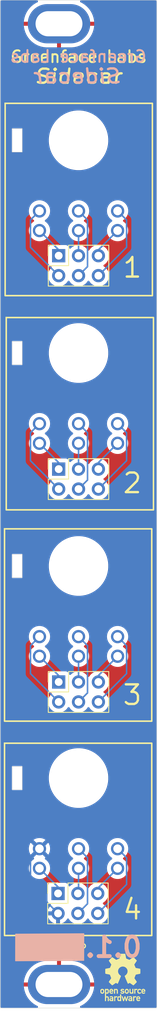
<source format=kicad_pcb>
(kicad_pcb (version 20240108) (generator "pcbnew") (generator_version "8.0")
  (title_block (title "Sidecar") (rev "0.1"))
  (layers (0 "F.Cu" signal) (31 "B.Cu" signal) (34 "B.Paste" user) (35 "F.Paste" user) (36 "B.SilkS" user "B.Silkscreen") (37 "F.SilkS" user "F.Silkscreen") (38 "B.Mask" user) (39 "F.Mask" user) (44 "Edge.Cuts" user))
  (net 0 "")
  (net 1 "GND")
  (net 2 "Net-(H5-Pin_2)")
  (net 3 "Net-(H5-Pin_1)")
  (net 4 "Net-(H5-Pin_5)")
  (net 5 "Net-(H5-Pin_4)")
  (net 6 "Net-(H5-Pin_6)")
  (net 7 "Net-(H5-Pin_3)")
  (net 8 "Net-(H26-Pin_3)")
  (net 9 "Net-(H26-Pin_4)")
  (net 10 "Net-(H26-Pin_2)")
  (net 11 "Net-(H26-Pin_6)")
  (net 12 "Net-(H26-Pin_5)")
  (net 13 "Net-(H26-Pin_1)")
  (net 14 "Net-(H27-Pin_2)")
  (net 15 "Net-(H27-Pin_1)")
  (net 16 "Net-(H27-Pin_3)")
  (net 17 "Net-(H27-Pin_6)")
  (net 18 "Net-(H27-Pin_4)")
  (net 19 "Net-(H27-Pin_5)")
  (net 20 "Net-(H28-Pin_4)")
  (net 21 "Net-(H28-Pin_2)")
  (net 22 "Net-(H28-Pin_5)")
  (net 23 "Net-(H28-Pin_3)")
  (net 24 "Net-(H28-Pin_6)")
  (net 25 "Net-(H28-Pin_1)")
  (footprint "panel:MountingHole_3.2mm_M3_Slot" (layer "F.Cu") (at 47.5 33.75)
    (property "Reference" "H1" (hide yes))
    (property "Value" "MountingHole_Pad")
    (pad "1" thru_hole oval (at 0 0) (size 8 5) (drill oval 6 3.2) (layers "*.Cu" "*.Mask") (net 1 "GND"))
  )
  (footprint "panel:MountingHole_3.2mm_M3_Slot" (layer "F.Cu") (at 47.5 156.15)
    (property "Reference" "H4" (hide yes))
    (property "Value" "MountingHole_Pad")
    (pad "1" thru_hole oval (at 0 0) (size 8 5) (drill oval 6 3.2) (layers "*.Cu" "*.Mask") (net 1 "GND"))
  )
  (footprint "panel:Potentiometer_Sidecar" (layer "F.Cu") (at 50 48.6 -90)
    (property "Reference" "H5" (hide yes))
    (property "Value" "Adj 1" (hide yes))
    (fp_rect (start -1.5 7.2) (end 1.5 8.5) (stroke (width 0.05)) (fill none) (layer "Edge.Cuts"))
    (pad "" np_thru_hole circle (at 0 0 270) (size 7.2 7.2) (drill 7.2) (layers "F&B.Cu" "*.Mask"))
    (pad "1" thru_hole circle (at 11.5 5 270) (size 1.7 1.7) (drill 1.1) (layers "*.Cu" "*.Mask") (net 3 "Net-(H5-Pin_1)"))
    (pad "2" thru_hole circle (at 11.5 0 270) (size 1.7 1.7) (drill 1.1) (layers "*.Cu" "*.Mask") (net 2 "Net-(H5-Pin_2)"))
    (pad "3" thru_hole circle (at 11.5 -5 270) (size 1.7 1.7) (drill 1.1) (layers "*.Cu" "*.Mask") (net 7 "Net-(H5-Pin_3)"))
    (pad "4" thru_hole circle (at 9 5 270) (size 1.7 1.7) (drill 1.1) (layers "*.Cu" "*.Mask") (net 5 "Net-(H5-Pin_4)"))
    (pad "5" thru_hole circle (at 9 0 270) (size 1.7 1.7) (drill 1.1) (layers "*.Cu" "*.Mask") (net 4 "Net-(H5-Pin_5)"))
    (pad "6" thru_hole circle (at 9 -5 270) (size 1.7 1.7) (drill 1.1) (layers "*.Cu" "*.Mask") (net 6 "Net-(H5-Pin_6)"))
  )
  (footprint "Connector_PinSocket_2.54mm:PinSocket_2x03_P2.54mm_Vertical" (layer "F.Cu") (at 47.46 117.61 90)
    (property "Reference" "J3" (hide yes))
    (property "Value" "Conn_02x03_Odd_Even")
    (fp_line (start 1.33 -1.33) (end 1.33 0) (stroke (width 0.12)) (layer "F.SilkS"))
    (fp_line (start 0 -1.33) (end 1.33 -1.33) (stroke (width 0.12)) (layer "F.SilkS"))
    (fp_line (start -1.27 -1.33) (end -1.27 1.27) (stroke (width 0.12)) (layer "F.SilkS"))
    (fp_line (start -3.87 -1.33) (end -1.27 -1.33) (stroke (width 0.12)) (layer "F.SilkS"))
    (fp_line (start -3.87 -1.33) (end -3.87 6.41) (stroke (width 0.12)) (layer "F.SilkS"))
    (fp_line (start 1.33 1.27) (end 1.33 6.41) (stroke (width 0.12)) (layer "F.SilkS"))
    (fp_line (start -1.27 1.27) (end 1.33 1.27) (stroke (width 0.12)) (layer "F.SilkS"))
    (fp_line (start -3.87 6.41) (end 1.33 6.41) (stroke (width 0.12)) (layer "F.SilkS"))
    (pad "1" thru_hole rect (at 0 0 90) (size 1.7 1.7) (drill 1) (layers "*.Cu" "*.Mask") (net 15 "Net-(H27-Pin_1)"))
    (pad "2" thru_hole oval (at -2.54 0 90) (size 1.7 1.7) (drill 1) (layers "*.Cu" "*.Mask") (net 18 "Net-(H27-Pin_4)"))
    (pad "3" thru_hole oval (at 0 2.54 90) (size 1.7 1.7) (drill 1) (layers "*.Cu" "*.Mask") (net 14 "Net-(H27-Pin_2)"))
    (pad "4" thru_hole oval (at -2.54 2.54 90) (size 1.7 1.7) (drill 1) (layers "*.Cu" "*.Mask") (net 19 "Net-(H27-Pin_5)"))
    (pad "5" thru_hole oval (at 0 5.08 90) (size 1.7 1.7) (drill 1) (layers "*.Cu" "*.Mask") (net 16 "Net-(H27-Pin_3)"))
    (pad "6" thru_hole oval (at -2.54 5.08 90) (size 1.7 1.7) (drill 1) (layers "*.Cu" "*.Mask") (net 17 "Net-(H27-Pin_6)"))
  )
  (footprint "Connector_PinSocket_2.54mm:PinSocket_2x03_P2.54mm_Vertical" (layer "F.Cu") (at 47.38 144.55 90)
    (property "Reference" "J4" (hide yes))
    (property "Value" "Conn_02x03_Odd_Even")
    (fp_line (start 1.33 -1.33) (end 1.33 0) (stroke (width 0.12)) (layer "F.SilkS"))
    (fp_line (start 0 -1.33) (end 1.33 -1.33) (stroke (width 0.12)) (layer "F.SilkS"))
    (fp_line (start -1.27 -1.33) (end -1.27 1.27) (stroke (width 0.12)) (layer "F.SilkS"))
    (fp_line (start -3.87 -1.33) (end -1.27 -1.33) (stroke (width 0.12)) (layer "F.SilkS"))
    (fp_line (start -3.87 -1.33) (end -3.87 6.41) (stroke (width 0.12)) (layer "F.SilkS"))
    (fp_line (start 1.33 1.27) (end 1.33 6.41) (stroke (width 0.12)) (layer "F.SilkS"))
    (fp_line (start -1.27 1.27) (end 1.33 1.27) (stroke (width 0.12)) (layer "F.SilkS"))
    (fp_line (start -3.87 6.41) (end 1.33 6.41) (stroke (width 0.12)) (layer "F.SilkS"))
    (pad "1" thru_hole rect (at 0 0 90) (size 1.7 1.7) (drill 1) (layers "*.Cu" "*.Mask") (net 25 "Net-(H28-Pin_1)"))
    (pad "2" thru_hole oval (at -2.54 0 90) (size 1.7 1.7) (drill 1) (layers "*.Cu" "*.Mask") (net 20 "Net-(H28-Pin_4)"))
    (pad "3" thru_hole oval (at 0 2.54 90) (size 1.7 1.7) (drill 1) (layers "*.Cu" "*.Mask") (net 21 "Net-(H28-Pin_2)"))
    (pad "4" thru_hole oval (at -2.54 2.54 90) (size 1.7 1.7) (drill 1) (layers "*.Cu" "*.Mask") (net 22 "Net-(H28-Pin_5)"))
    (pad "5" thru_hole oval (at 0 5.08 90) (size 1.7 1.7) (drill 1) (layers "*.Cu" "*.Mask") (net 23 "Net-(H28-Pin_3)"))
    (pad "6" thru_hole oval (at -2.54 5.08 90) (size 1.7 1.7) (drill 1) (layers "*.Cu" "*.Mask") (net 24 "Net-(H28-Pin_6)"))
  )
  (footprint "Symbol:OSHW-Logo_5.7x6mm_SilkScreen" (layer "F.Cu") (at 55.66 155.25)
    (property "Reference" "GR2" (hide yes))
    (property "Value" "Logo_Open_Hardware_Small" (hide yes))
    (fp_poly (pts (xy 1.79946 1.45803) (xy 1.842711 1.471245) (xy 1.870558 1.487941) (xy 1.879629 1.501145) (xy 1.877132 1.516797) (xy 1.860931 1.541385) (xy 1.847232 1.5588) (xy 1.818992 1.590283) (xy 1.797775 1.603529) (xy 1.779688 1.602664) (xy 1.726035 1.58901) (xy 1.68663 1.58963) (xy 1.654632 1.605104) (xy 1.64389 1.614161) (xy 1.609505 1.646027) (xy 1.609505 2.062179) (xy 1.471188 2.062179) (xy 1.471188 1.458614) (xy 1.540347 1.458614) (xy 1.581869 1.460256) (xy 1.603291 1.466087) (xy 1.609502 1.477461) (xy 1.609505 1.477798) (xy 1.612439 1.489713) (xy 1.625704 1.488159) (xy 1.644084 1.479563) (xy 1.682046 1.463568) (xy 1.712872 1.453945) (xy 1.752536 1.451478) (xy 1.79946 1.45803)) (stroke (width 0.01)) (fill solid) (layer "F.SilkS"))
    (fp_poly (pts (xy 1.635255 2.401486) (xy 1.683595 2.411015) (xy 1.711114 2.425125) (xy 1.740064 2.448568) (xy 1.698876 2.500571) (xy 1.673482 2.532064) (xy 1.656238 2.547428) (xy 1.639102 2.549776) (xy 1.614027 2.542217) (xy 1.602257 2.537941) (xy 1.55427 2.531631) (xy 1.510324 2.545156) (xy 1.47806 2.57571) (xy 1.472819 2.585452) (xy 1.467112 2.611258) (xy 1.462706 2.658817) (xy 1.459811 2.724758) (xy 1.458631 2.80571) (xy 1.458614 2.817226) (xy 1.458614 3.017822) (xy 1.320297 3.017822) (xy 1.320297 2.401683) (xy 1.389456 2.401683) (xy 1.429333 2.402725) (xy 1.450107 2.407358) (xy 1.457789 2.417849) (xy 1.458614 2.427745) (xy 1.458614 2.453806) (xy 1.491745 2.427745) (xy 1.529735 2.409965) (xy 1.58077 2.401174) (xy 1.635255 2.401486)) (stroke (width 0.01)) (fill solid) (layer "F.SilkS"))
    (fp_poly (pts (xy -0.993356 2.40302) (xy -0.974539 2.40866) (xy -0.968473 2.421053) (xy -0.968218 2.426647) (xy -0.967129 2.44223) (xy -0.959632 2.444676) (xy -0.939381 2.433993) (xy -0.927351 2.426694) (xy -0.8894 2.411063) (xy -0.844072 2.403334) (xy -0.796544 2.40274) (xy -0.751995 2.408513) (xy -0.715602 2.419884) (xy -0.692543 2.436088) (xy -0.687996 2.456355) (xy -0.690291 2.461843) (xy -0.70702 2.484626) (xy -0.732963 2.512647) (xy -0.737655 2.517177) (xy -0.762383 2.538005) (xy -0.783718 2.544735) (xy -0.813555 2.540038) (xy -0.825508 2.536917) (xy -0.862705 2.529421) (xy -0.888859 2.532792) (xy -0.910946 2.544681) (xy -0.931178 2.560635) (xy -0.946079 2.5807) (xy -0.956434 2.608702) (xy -0.963029 2.648467) (xy -0.966649 2.703823) (xy -0.968078 2.778594) (xy -0.968218 2.82374) (xy -0.968218 3.017822) (xy -1.09396 3.017822) (xy -1.09396 2.401683) (xy -1.031089 2.401683) (xy -0.993356 2.40302)) (stroke (width 0.01)) (fill solid) (layer "F.SilkS"))
    (fp_poly (pts (xy 0.993367 1.654342) (xy 0.994555 1.746563) (xy 0.998897 1.81661) (xy 1.007558 1.867381) (xy 1.021704 1.901772) (xy 1.0425 1.922679) (xy 1.07111 1.933) (xy 1.106535 1.935636) (xy 1.143636 1.932682) (xy 1.171818 1.921889) (xy 1.192243 1.90036) (xy 1.206079 1.865199) (xy 1.214491 1.81351) (xy 1.218643 1.742394) (xy 1.219703 1.654342) (xy 1.219703 1.458614) (xy 1.35802 1.458614) (xy 1.35802 2.062179) (xy 1.288862 2.062179) (xy 1.24717 2.060489) (xy 1.225701 2.054556) (xy 1.219703 2.043293) (xy 1.216091 2.033261) (xy 1.201714 2.035383) (xy 1.172736 2.04958) (xy 1.106319 2.07148) (xy 1.035875 2.069928) (xy 0.968377 2.046147) (xy 0.936233 2.027362) (xy 0.911715 2.007022) (xy 0.893804 1.981573) (xy 0.881479 1.947458) (xy 0.873723 1.901121) (xy 0.869516 1.839007) (xy 0.86784 1.757561) (xy 0.867624 1.694578) (xy 0.867624 1.458614) (xy 0.993367 1.458614) (xy 0.993367 1.654342)) (stroke (width 0.01)) (fill solid) (layer "F.SilkS"))
    (fp_poly (pts (xy -0.754012 1.469002) (xy -0.722717 1.48395) (xy -0.692409 1.505541) (xy -0.669318 1.530391) (xy -0.6525 1.562087) (xy -0.641006 1.604214) (xy -0.633891 1.660358) (xy -0.630207 1.734106) (xy -0.629008 1.829044) (xy -0.628989 1.838985) (xy -0.628713 2.062179) (xy -0.76703 2.062179) (xy -0.76703 1.856418) (xy -0.767128 1.780189) (xy -0.767809 1.724939) (xy -0.769651 1.686501) (xy -0.773233 1.660706) (xy -0.779132 1.643384) (xy -0.787927 1.630368) (xy -0.80018 1.617507) (xy -0.843047 1.589873) (xy -0.889843 1.584745) (xy -0.934424 1.602217) (xy -0.949928 1.615221) (xy -0.96131 1.627447) (xy -0.969481 1.64054) (xy -0.974974 1.658615) (xy -0.97832 1.685787) (xy -0.980051 1.72617) (xy -0.980697 1.783879) (xy -0.980792 1.854132) (xy -0.980792 2.062179) (xy -1.119109 2.062179) (xy -1.119109 1.458614) (xy -1.04995 1.458614) (xy -1.008428 1.460256) (xy -0.987006 1.466087) (xy -0.980795 1.477461) (xy -0.980792 1.477798) (xy -0.97791 1.488938) (xy -0.965199 1.487674) (xy -0.939926 1.475434) (xy -0.882605 1.457424) (xy -0.817037 1.455421) (xy -0.754012 1.469002)) (stroke (width 0.01)) (fill solid) (layer "F.SilkS"))
    (fp_poly (pts (xy 2.217226 1.46388) (xy 2.29008 1.49483) (xy 2.313027 1.509895) (xy 2.342354 1.533048) (xy 2.360764 1.551253) (xy 2.363961 1.557183) (xy 2.354935 1.57034) (xy 2.331837 1.592667) (xy 2.313344 1.60825) (xy 2.262728 1.648926) (xy 2.22276 1.615295) (xy 2.191874 1.593584) (xy 2.161759 1.58609) (xy 2.127292 1.58792) (xy 2.072561 1.601528) (xy 2.034886 1.629772) (xy 2.011991 1.675433) (xy 2.001597 1.741289) (xy 2.001595 1.741331) (xy 2.002494 1.814939) (xy 2.016463 1.868946) (xy 2.044328 1.905716) (xy 2.063325 1.918168) (xy 2.113776 1.933673) (xy 2.167663 1.933683) (xy 2.214546 1.918638) (xy 2.225644 1.911287) (xy 2.253476 1.892511) (xy 2.275236 1.889434) (xy 2.298704 1.903409) (xy 2.324649 1.92851) (xy 2.365716 1.97088) (xy 2.320121 2.008464) (xy 2.249674 2.050882) (xy 2.170233 2.071785) (xy 2.087215 2.070272) (xy 2.032694 2.056411) (xy 1.96897 2.022135) (xy 1.918005 1.968212) (xy 1.894851 1.930149) (xy 1.876099 1.875536) (xy 1.866715 1.806369) (xy 1.866643 1.731407) (xy 1.875824 1.659409) (xy 1.894199 1.599137) (xy 1.897093 1.592958) (xy 1.939952 1.532351) (xy 1.997979 1.488224) (xy 2.066591 1.461493) (xy 2.141201 1.453073) (xy 2.217226 1.46388)) (stroke (width 0.01)) (fill solid) (layer "F.SilkS"))
    (fp_poly (pts (xy 0.610762 1.466055) (xy 0.674363 1.500692) (xy 0.724123 1.555372) (xy 0.747568 1.599842) (xy 0.757634 1.639121) (xy 0.764156 1.695116) (xy 0.766951 1.759621) (xy 0.765836 1.824429) (xy 0.760626 1.881334) (xy 0.754541 1.911727) (xy 0.734014 1.953306) (xy 0.698463 1.997468) (xy 0.655619 2.036087) (xy 0.613211 2.061034) (xy 0.612177 2.06143) (xy 0.559553 2.072331) (xy 0.497188 2.072601) (xy 0.437924 2.062676) (xy 0.41504 2.054722) (xy 0.356102 2.0213) (xy 0.31389 1.977511) (xy 0.286156 1.919538) (xy 0.270651 1.843565) (xy 0.267143 1.803771) (xy 0.26759 1.753766) (xy 0.402376 1.753766) (xy 0.406917 1.826732) (xy 0.419986 1.882334) (xy 0.440756 1.917861) (xy 0.455552 1.92802) (xy 0.493464 1.935104) (xy 0.538527 1.933007) (xy 0.577487 1.922812) (xy 0.587704 1.917204) (xy 0.614659 1.884538) (xy 0.632451 1.834545) (xy 0.640024 1.773705) (xy 0.636325 1.708497) (xy 0.628057 1.669253) (xy 0.60432 1.623805) (xy 0.566849 1.595396) (xy 0.52172 1.585573) (xy 0.475011 1.595887) (xy 0.439132 1.621112) (xy 0.420277 1.641925) (xy 0.409272 1.662439) (xy 0.404026 1.690203) (xy 0.402449 1.732762) (xy 0.402376 1.753766) (xy 0.26759 1.753766) (xy 0.268094 1.69758) (xy 0.285388 1.610501) (xy 0.319029 1.54253) (xy 0.369018 1.493664) (xy 0.435356 1.463899) (xy 0.449601 1.460448) (xy 0.53521 1.452345) (xy 0.610762 1.466055)) (stroke (width 0.01)) (fill solid) (layer "F.SilkS"))
    (fp_poly (pts (xy 0.281524 2.404237) (xy 0.331255 2.407971) (xy 0.461291 2.797773) (xy 0.481678 2.728614) (xy 0.493946 2.685874) (xy 0.510085 2.628115) (xy 0.527512 2.564625) (xy 0.536726 2.53057) (xy 0.571388 2.401683) (xy 0.714391 2.401683) (xy 0.671646 2.536857) (xy 0.650596 2.603342) (xy 0.625167 2.683539) (xy 0.59861 2.767193) (xy 0.574902 2.841782) (xy 0.520902 3.011535) (xy 0.462598 3.015328) (xy 0.404295 3.019122) (xy 0.372679 2.914734) (xy 0.353182 2.849889) (xy 0.331904 2.7784) (xy 0.313308 2.715263) (xy 0.312574 2.71275) (xy 0.298684 2.669969) (xy 0.286429 2.640779) (xy 0.277846 2.629741) (xy 0.276082 2.631018) (xy 0.269891 2.64813) (xy 0.258128 2.684787) (xy 0.242225 2.736378) (xy 0.223614 2.798294) (xy 0.213543 2.832352) (xy 0.159007 3.017822) (xy 0.043264 3.017822) (xy -0.049263 2.725471) (xy -0.075256 2.643462) (xy -0.098934 2.568987) (xy -0.11918 2.505544) (xy -0.134874 2.456632) (xy -0.144898 2.425749) (xy -0.147945 2.416726) (xy -0.145533 2.407487) (xy -0.126592 2.403441) (xy -0.087177 2.403846) (xy -0.081007 2.404152) (xy -0.007914 2.407971) (xy 0.039957 2.58401) (xy 0.057553 2.648211) (xy 0.073277 2.704649) (xy 0.085746 2.748422) (xy 0.093574 2.77463) (xy 0.09502 2.778903) (xy 0.101014 2.77399) (xy 0.113101 2.748532) (xy 0.129893 2.705997) (xy 0.150003 2.64985) (xy 0.167003 2.59913) (xy 0.231794 2.400504) (xy 0.281524 2.404237)) (stroke (width 0.01)) (fill solid) (layer "F.SilkS"))
    (fp_poly (pts (xy -2.538261 1.465148) (xy -2.472479 1.494231) (xy -2.42254 1.542793) (xy -2.388374 1.610908) (xy -2.369907 1.698651) (xy -2.368583 1.712351) (xy -2.367546 1.808939) (xy -2.380993 1.893602) (xy -2.408108 1.962221) (xy -2.422627 1.984294) (xy -2.473201 2.031011) (xy -2.537609 2.061268) (xy -2.609666 2.073824) (xy -2.683185 2.067439) (xy -2.739072 2.047772) (xy -2.787132 2.014629) (xy -2.826412 1.971175) (xy -2.827092 1.970158) (xy -2.843044 1.943338) (xy -2.85341 1.916368) (xy -2.859688 1.882332) (xy -2.863373 1.83431) (xy -2.864997 1.794931) (xy -2.865672 1.759219) (xy -2.739955 1.759219) (xy -2.738726 1.79477) (xy -2.734266 1.842094) (xy -2.726397 1.872465) (xy -2.712207 1.894072) (xy -2.698917 1.906694) (xy -2.651802 1.933122) (xy -2.602505 1.936653) (xy -2.556593 1.917639) (xy -2.533638 1.896331) (xy -2.517096 1.874859) (xy -2.507421 1.854313) (xy -2.503174 1.827574) (xy -2.50292 1.787523) (xy -2.504228 1.750638) (xy -2.507043 1.697947) (xy -2.511505 1.663772) (xy -2.519548 1.64148) (xy -2.533103 1.624442) (xy -2.543845 1.614703) (xy -2.588777 1.589123) (xy -2.637249 1.587847) (xy -2.677894 1.602999) (xy -2.712567 1.634642) (xy -2.733224 1.68662) (xy -2.739955 1.759219) (xy -2.865672 1.759219) (xy -2.866479 1.716621) (xy -2.863948 1.658056) (xy -2.856362 1.614007) (xy -2.842681 1.579248) (xy -2.821865 1.548551) (xy -2.814147 1.539436) (xy -2.765889 1.494021) (xy -2.714128 1.467493) (xy -2.650828 1.456379) (xy -2.619961 1.455471) (xy -2.538261 1.465148)) (stroke (width 0.01)) (fill solid) (layer "F.SilkS"))
    (fp_poly (pts (xy -0.201188 3.017822) (xy -0.270346 3.017822) (xy -0.310488 3.016645) (xy -0.331394 3.011772) (xy -0.338922 3.001186) (xy -0.339505 2.994029) (xy -0.340774 2.979676) (xy -0.348779 2.976923) (xy -0.369815 2.985771) (xy -0.386173 2.994029) (xy -0.448977 3.013597) (xy -0.517248 3.014729) (xy -0.572752 3.000135) (xy -0.624438 2.964877) (xy -0.663838 2.912835) (xy -0.685413 2.85145) (xy -0.685962 2.848018) (xy -0.689167 2.810571) (xy -0.690761 2.756813) (xy -0.690633 2.716155) (xy -0.553279 2.716155) (xy -0.550097 2.770194) (xy -0.542859 2.814735) (xy -0.53306 2.839888) (xy -0.495989 2.87426) (xy -0.451974 2.886582) (xy -0.406584 2.876618) (xy -0.367797 2.846895) (xy -0.353108 2.826905) (xy -0.344519 2.80305) (xy -0.340496 2.76823) (xy -0.339505 2.71593) (xy -0.341278 2.664139) (xy -0.345963 2.618634) (xy -0.352603 2.588181) (xy -0.35371 2.585452) (xy -0.380491 2.553) (xy -0.419579 2.535183) (xy -0.463315 2.532306) (xy -0.504038 2.544674) (xy -0.534087 2.572593) (xy -0.537204 2.578148) (xy -0.546961 2.612022) (xy -0.552277 2.660728) (xy -0.553279 2.716155) (xy -0.690633 2.716155) (xy -0.690568 2.69554) (xy -0.689664 2.662563) (xy -0.683514 2.580981) (xy -0.670733 2.51973) (xy -0.649471 2.474449) (xy -0.617878 2.440779) (xy -0.587207 2.421014) (xy -0.544354 2.40712) (xy -0.491056 2.402354) (xy -0.43648 2.406236) (xy -0.389792 2.418282) (xy -0.365124 2.432693) (xy -0.339505 2.455878) (xy -0.339505 2.162773) (xy -0.201188 2.162773) (xy -0.201188 3.017822)) (stroke (width 0.01)) (fill solid) (layer "F.SilkS"))
    (fp_poly (pts (xy 2.677898 1.456457) (xy 2.710096 1.464279) (xy 2.771825 1.492921) (xy 2.82461 1.536667) (xy 2.861141 1.589117) (xy 2.86616 1.600893) (xy 2.873045 1.63174) (xy 2.877864 1.677371) (xy 2.879505 1.723492) (xy 2.879505 1.810693) (xy 2.697178 1.810693) (xy 2.621979 1.810978) (xy 2.569003 1.812704) (xy 2.535325 1.817181) (xy 2.51802 1.82572) (xy 2.514163 1.83963) (xy 2.520829 1.860222) (xy 2.53277 1.884315) (xy 2.56608 1.924525) (xy 2.612368 1.944558) (xy 2.668944 1.943905) (xy 2.733031 1.922101) (xy 2.788417 1.895193) (xy 2.834375 1.931532) (xy 2.880333 1.967872) (xy 2.837096 2.007819) (xy 2.779374 2.045563) (xy 2.708386 2.06832) (xy 2.632029 2.074688) (xy 2.558199 2.063268) (xy 2.546287 2.059393) (xy 2.481399 2.025506) (xy 2.43313 1.974986) (xy 2.400465 1.906325) (xy 2.382385 1.818014) (xy 2.382175 1.816121) (xy 2.380556 1.719878) (xy 2.3871 1.685542) (xy 2.514852 1.685542) (xy 2.526584 1.690822) (xy 2.558438 1.694867) (xy 2.605397 1.697176) (xy 2.635154 1.697525) (xy 2.690648 1.697306) (xy 2.725346 1.695916) (xy 2.743601 1.692251) (xy 2.749766 1.68521) (xy 2.748195 1.67369) (xy 2.746878 1.669233) (xy 2.724382 1.627355) (xy 2.689003 1.593604) (xy 2.65778 1.578773) (xy 2.616301 1.579668) (xy 2.574269 1.598164) (xy 2.539012 1.628786) (xy 2.517854 1.666062) (xy 2.514852 1.685542) (xy 2.3871 1.685542) (xy 2.39669 1.635229) (xy 2.428698 1.564191) (xy 2.474701 1.508779) (xy 2.532821 1.471009) (xy 2.60118 1.452896) (xy 2.677898 1.456457)) (stroke (width 0.01)) (fill solid) (layer "F.SilkS"))
    (fp_poly (pts (xy 0.014017 1.456452) (xy 0.061634 1.465482) (xy 0.111034 1.48437) (xy 0.116312 1.486777) (xy 0.153774 1.506476) (xy 0.179717 1.524781) (xy 0.188103 1.536508) (xy 0.180117 1.555632) (xy 0.16072 1.58385) (xy 0.15211 1.594384) (xy 0.116628 1.635847) (xy 0.070885 1.608858) (xy 0.02735 1.590878) (xy -0.02295 1.581267) (xy -0.071188 1.58066) (xy -0.108533 1.589691) (xy -0.117495 1.595327) (xy -0.134563 1.621171) (xy -0.136637 1.650941) (xy -0.123866 1.674197) (xy -0.116312 1.678708) (xy -0.093675 1.684309) (xy -0.053885 1.690892) (xy -0.004834 1.697183) (xy 0.004215 1.69817) (xy 0.082996 1.711798) (xy 0.140136 1.734946) (xy 0.17803 1.769752) (xy 0.199079 1.818354) (xy 0.205635 1.877718) (xy 0.196577 1.945198) (xy 0.167164 1.998188) (xy 0.117278 2.036783) (xy 0.0468 2.061081) (xy -0.031435 2.070667) (xy -0.095234 2.070552) (xy -0.146984 2.061845) (xy -0.182327 2.049825) (xy -0.226983 2.02888) (xy -0.268253 2.004574) (xy -0.282921 1.993876) (xy -0.320643 1.963084) (xy -0.275148 1.917049) (xy -0.229653 1.871013) (xy -0.177928 1.905243) (xy -0.126048 1.930952) (xy -0.070649 1.944399) (xy -0.017395 1.945818) (xy 0.028049 1.935443) (xy 0.060016 1.913507) (xy 0.070338 1.894998) (xy 0.068789 1.865314) (xy 0.04314 1.842615) (xy -0.00654 1.82694) (xy -0.060969 1.819695) (xy -0.144736 1.805873) (xy -0.206967 1.779796) (xy -0.248493 1.740699) (xy -0.270147 1.68782) (xy -0.273147 1.625126) (xy -0.258329 1.559642) (xy -0.224546 1.510144) (xy -0.171495 1.476408) (xy -0.098874 1.458207) (xy -0.045072 1.454639) (xy 0.014017 1.456452)) (stroke (width 0.01)) (fill solid) (layer "F.SilkS"))
    (fp_poly (pts (xy 2.032581 2.40497) (xy 2.092685 2.420597) (xy 2.143021 2.452848) (xy 2.167393 2.47694) (xy 2.207345 2.533895) (xy 2.230242 2.599965) (xy 2.238108 2.681182) (xy 2.238148 2.687748) (xy 2.238218 2.753763) (xy 1.858264 2.753763) (xy 1.866363 2.788342) (xy 1.880987 2.819659) (xy 1.906581 2.852291) (xy 1.911935 2.8575) (xy 1.957943 2.885694) (xy 2.01041 2.890475) (xy 2.070803 2.871926) (xy 2.08104 2.866931) (xy 2.112439 2.851745) (xy 2.13347 2.843094) (xy 2.137139 2.842293) (xy 2.149948 2.850063) (xy 2.174378 2.869072) (xy 2.186779 2.87946) (xy 2.212476 2.903321) (xy 2.220915 2.919077) (xy 2.215058 2.933571) (xy 2.211928 2.937534) (xy 2.190725 2.954879) (xy 2.155738 2.975959) (xy 2.131337 2.988265) (xy 2.062072 3.009946) (xy 1.985388 3.016971) (xy 1.912765 3.008647) (xy 1.892426 3.002686) (xy 1.829476 2.968952) (xy 1.782815 2.917045) (xy 1.752173 2.846459) (xy 1.737282 2.756692) (xy 1.735647 2.709753) (xy 1.740421 2.641413) (xy 1.86099 2.641413) (xy 1.872652 2.646465) (xy 1.903998 2.650429) (xy 1.949571 2.652768) (xy 1.980446 2.653169) (xy 2.035981 2.652783) (xy 2.071033 2.650975) (xy 2.090262 2.646773) (xy 2.09833 2.639203) (xy 2.099901 2.628218) (xy 2.089121 2.594381) (xy 2.06198 2.56094) (xy 2.026277 2.535272) (xy 1.99056 2.524772) (xy 1.942048 2.534086) (xy 1.900053 2.561013) (xy 1.870936 2.599827) (xy 1.86099 2.641413) (xy 1.740421 2.641413) (xy 1.742599 2.610236) (xy 1.764055 2.530949) (xy 1.80047 2.471263) (xy 1.852297 2.430549) (xy 1.91999 2.408179) (xy 1.956662 2.403871) (xy 2.032581 2.40497)) (stroke (width 0.01)) (fill solid) (layer "F.SilkS"))
    (fp_poly (pts (xy -1.356699 1.472614) (xy -1.344168 1.478514) (xy -1.300799 1.510283) (xy -1.25979 1.556646) (xy -1.229168 1.607696) (xy -1.220459 1.631166) (xy -1.212512 1.673091) (xy -1.207774 1.723757) (xy -1.207199 1.744679) (xy -1.207129 1.810693) (xy -1.587083 1.810693) (xy -1.578983 1.845273) (xy -1.559104 1.88617) (xy -1.524347 1.921514) (xy -1.482998 1.944282) (xy -1.456649 1.94901) (xy -1.420916 1.943273) (xy -1.378282 1.928882) (xy -1.363799 1.922262) (xy -1.31024 1.895513) (xy -1.264533 1.930376) (xy -1.238158 1.953955) (xy -1.224124 1.973417) (xy -1.223414 1.979129) (xy -1.235951 1.992973) (xy -1.263428 2.014012) (xy -1.288366 2.030425) (xy -1.355664 2.05993) (xy -1.43111 2.073284) (xy -1.505888 2.069812) (xy -1.565495 2.051663) (xy -1.626941 2.012784) (xy -1.670608 1.961595) (xy -1.697926 1.895367) (xy -1.710322 1.811371) (xy -1.711421 1.772936) (xy -1.707022 1.684861) (xy -1.706482 1.682299) (xy -1.580582 1.682299) (xy -1.577115 1.690558) (xy -1.562863 1.695113) (xy -1.53347 1.697065) (xy -1.484575 1.697517) (xy -1.465748 1.697525) (xy -1.408467 1.696843) (xy -1.372141 1.694364) (xy -1.352604 1.689443) (xy -1.34569 1.681434) (xy -1.345445 1.678862) (xy -1.353336 1.658423) (xy -1.373085 1.629789) (xy -1.381575 1.619763) (xy -1.413094 1.591408) (xy -1.445949 1.580259) (xy -1.463651 1.579327) (xy -1.511539 1.590981) (xy -1.551699 1.622285) (xy -1.577173 1.667752) (xy -1.577625 1.669233) (xy -1.580582 1.682299) (xy -1.706482 1.682299) (xy -1.692392 1.61551) (xy -1.666038 1.560025) (xy -1.633807 1.520639) (xy -1.574217 1.477931) (xy -1.504168 1.455109) (xy -1.429661 1.453046) (xy -1.356699 1.472614)) (stroke (width 0.01)) (fill solid) (layer "F.SilkS"))
    (fp_poly (pts (xy 1.038411 2.405417) (xy 1.091411 2.41829) (xy 1.106731 2.42511) (xy 1.136428 2.442974) (xy 1.15922 2.463093) (xy 1.176083 2.488962) (xy 1.187998 2.524073) (xy 1.195942 2.57192) (xy 1.200894 2.635996) (xy 1.203831 2.719794) (xy 1.204947 2.775768) (xy 1.209052 3.017822) (xy 1.138932 3.017822) (xy 1.096393 3.016038) (xy 1.074476 3.009942) (xy 1.068812 2.999706) (xy 1.065821 2.988637) (xy 1.052451 2.990754) (xy 1.034233 2.999629) (xy 0.988624 3.013233) (xy 0.930007 3.016899) (xy 0.868354 3.010903) (xy 0.813638 2.995521) (xy 0.80873 2.993386) (xy 0.758723 2.958255) (xy 0.725756 2.909419) (xy 0.710587 2.852333) (xy 0.711746 2.831824) (xy 0.835508 2.831824) (xy 0.846413 2.859425) (xy 0.878745 2.879204) (xy 0.93091 2.889819) (xy 0.958787 2.891228) (xy 1.005247 2.88762) (xy 1.036129 2.873597) (xy 1.043664 2.866931) (xy 1.064076 2.830666) (xy 1.068812 2.797773) (xy 1.068812 2.753763) (xy 1.007513 2.753763) (xy 0.936256 2.757395) (xy 0.886276 2.768818) (xy 0.854696 2.788824) (xy 0.847626 2.797743) (xy 0.835508 2.831824) (xy 0.711746 2.831824) (xy 0.713971 2.792456) (xy 0.736663 2.735244) (xy 0.767624 2.69658) (xy 0.786376 2.679864) (xy 0.804733 2.668878) (xy 0.828619 2.66218) (xy 0.863957 2.658326) (xy 0.916669 2.655873) (xy 0.937577 2.655168) (xy 1.068812 2.650879) (xy 1.06862 2.611158) (xy 1.063537 2.569405) (xy 1.045162 2.544158) (xy 1.008039 2.52803) (xy 1.007043 2.527742) (xy 0.95441 2.5214) (xy 0.902906 2.529684) (xy 0.86463 2.549827) (xy 0.849272 2.559773) (xy 0.83273 2.558397) (xy 0.807275 2.543987) (xy 0.792328 2.533817) (xy 0.763091 2.512088) (xy 0.74498 2.4958) (xy 0.742074 2.491137) (xy 0.75404 2.467005) (xy 0.789396 2.438185) (xy 0.804753 2.428461) (xy 0.848901 2.411714) (xy 0.908398 2.402227) (xy 0.974487 2.400095) (xy 1.038411 2.405417)) (stroke (width 0.01)) (fill solid) (layer "F.SilkS"))
    (fp_poly (pts (xy -1.38421 2.406555) (xy -1.325055 2.422339) (xy -1.280023 2.450948) (xy -1.248246 2.488419) (xy -1.238366 2.504411) (xy -1.231073 2.521163) (xy -1.225974 2.542592) (xy -1.222679 2.572616) (xy -1.220797 2.615154) (xy -1.219937 2.674122) (xy -1.219707 2.75344) (xy -1.219703 2.774484) (xy -1.219703 3.017822) (xy -1.280059 3.017822) (xy -1.318557 3.015126) (xy -1.347023 3.008295) (xy -1.354155 3.004083) (xy -1.373652 2.996813) (xy -1.393566 3.004083) (xy -1.426353 3.01316) (xy -1.473978 3.016813) (xy -1.526764 3.015228) (xy -1.575036 3.008589) (xy -1.603218 3.000072) (xy -1.657753 2.965063) (xy -1.691835 2.916479) (xy -1.707157 2.851882) (xy -1.707299 2.850223) (xy -1.705955 2.821566) (xy -1.584356 2.821566) (xy -1.573726 2.854161) (xy -1.55641 2.872505) (xy -1.521652 2.886379) (xy -1.475773 2.891917) (xy -1.428988 2.889191) (xy -1.391514 2.878274) (xy -1.381015 2.871269) (xy -1.362668 2.838904) (xy -1.35802 2.802111) (xy -1.35802 2.753763) (xy -1.427582 2.753763) (xy -1.493667 2.75885) (xy -1.543764 2.773263) (xy -1.574929 2.795729) (xy -1.584356 2.821566) (xy -1.705955 2.821566) (xy -1.703987 2.779647) (xy -1.68071 2.723845) (xy -1.636948 2.681647) (xy -1.630899 2.677808) (xy -1.604907 2.665309) (xy -1.572735 2.65774) (xy -1.52776 2.654061) (xy -1.474331 2.653216) (xy -1.35802 2.653169) (xy -1.35802 2.604411) (xy -1.362953 2.566581) (xy -1.375543 2.541236) (xy -1.377017 2.539887) (xy -1.405034 2.5288) (xy -1.447326 2.524503) (xy -1.494064 2.526615) (xy -1.535418 2.534756) (xy -1.559957 2.546965) (xy -1.573253 2.556746) (xy -1.587294 2.558613) (xy -1.606671 2.5506) (xy -1.635976 2.530739) (xy -1.679803 2.497063) (xy -1.683825 2.493909) (xy -1.681764 2.482236) (xy -1.664568 2.462822) (xy -1.638433 2.441248) (xy -1.609552 2.423096) (xy -1.600478 2.418809) (xy -1.56738 2.410256) (xy -1.51888 2.404155) (xy -1.464695 2.401708) (xy -1.462161 2.401703) (xy -1.38421 2.406555)) (stroke (width 0.01)) (fill solid) (layer "F.SilkS"))
    (fp_poly (pts (xy -1.908759 1.469184) (xy -1.882247 1.482282) (xy -1.849553 1.505106) (xy -1.825725 1.529996) (xy -1.809406 1.561249) (xy -1.79924 1.603166) (xy -1.793872 1.660044) (xy -1.791944 1.736184) (xy -1.791831 1.768917) (xy -1.792161 1.840656) (xy -1.793527 1.891927) (xy -1.7965 1.927404) (xy -1.801649 1.951763) (xy -1.809543 1.96968) (xy -1.817757 1.981902) (xy -1.870187 2.033905) (xy -1.93193 2.065184) (xy -1.998536 2.074592) (xy -2.065558 2.06098) (xy -2.086792 2.051354) (xy -2.137624 2.024859) (xy -2.137624 2.440052) (xy -2.100525 2.420868) (xy -2.051643 2.406025) (xy -1.991561 2.402222) (xy -1.931564 2.409243) (xy -1.886256 2.425013) (xy -1.848675 2.455047) (xy -1.816564 2.498024) (xy -1.81415 2.502436) (xy -1.803967 2.523221) (xy -1.79653 2.54417) (xy -1.791411 2.569548) (xy -1.788181 2.603618) (xy -1.786413 2.650641) (xy -1.785677 2.714882) (xy -1.785544 2.787176) (xy -1.785544 3.017822) (xy -1.923861 3.017822) (xy -1.923861 2.592533) (xy -1.962549 2.559979) (xy -2.002738 2.53394) (xy -2.040797 2.529205) (xy -2.079066 2.541389) (xy -2.099462 2.55332) (xy -2.114642 2.570313) (xy -2.125438 2.595995) (xy -2.132683 2.633991) (xy -2.137208 2.687926) (xy -2.139844 2.761425) (xy -2.140772 2.810347) (xy -2.143911 3.011535) (xy -2.209926 3.015336) (xy -2.27594 3.019136) (xy -2.27594 1.77065) (xy -2.137624 1.77065) (xy -2.134097 1.840254) (xy -2.122215 1.888569) (xy -2.10002 1.918631) (xy -2.065559 1.933471) (xy -2.030742 1.936436) (xy -1.991329 1.933028) (xy -1.965171 1.919617) (xy -1.948814 1.901896) (xy -1.935937 1.882835) (xy -1.928272 1.861601) (xy -1.924861 1.831849) (xy -1.924749 1.787236) (xy -1.925897 1.74988) (xy -1.928532 1.693604) (xy -1.932456 1.656658) (xy -1.939063 1.633223) (xy -1.949749 1.61748) (xy -1.959833 1.60838) (xy -2.00197 1.588537) (xy -2.05184 1.585332) (xy -2.080476 1.592168) (xy -2.108828 1.616464) (xy -2.127609 1.663728) (xy -2.136712 1.733624) (xy -2.137624 1.77065) (xy -2.27594 1.77065) (xy -2.27594 1.458614) (xy -2.206782 1.458614) (xy -2.16526 1.460256) (xy -2.143838 1.466087) (xy -2.137626 1.477461) (xy -2.137624 1.477798) (xy -2.134742 1.488938) (xy -2.12203 1.487673) (xy -2.096757 1.475433) (xy -2.037869 1.456707) (xy -1.971615 1.454739) (xy -1.908759 1.469184)) (stroke (width 0.01)) (fill solid) (layer "F.SilkS"))
    (fp_poly (pts (xy 0.376964 -2.709982) (xy 0.433812 -2.40843) (xy 0.853338 -2.235488) (xy 1.104984 -2.406605) (xy 1.175458 -2.45425) (xy 1.239163 -2.49679) (xy 1.293126 -2.532285) (xy 1.334373 -2.55879) (xy 1.359934 -2.574364) (xy 1.366895 -2.577722) (xy 1.379435 -2.569086) (xy 1.406231 -2.545208) (xy 1.44428 -2.509141) (xy 1.490579 -2.463933) (xy 1.542123 -2.412636) (xy 1.595909 -2.358299) (xy 1.648935 -2.303972) (xy 1.698195 -2.252705) (xy 1.740687 -2.207549) (xy 1.773407 -2.171554) (xy 1.793351 -2.14777) (xy 1.798119 -2.13981) (xy 1.791257 -2.125135) (xy 1.77202 -2.092986) (xy 1.74243 -2.046508) (xy 1.70451 -1.988844) (xy 1.660282 -1.92314) (xy 1.634654 -1.885664) (xy 1.587941 -1.817232) (xy 1.546432 -1.75548) (xy 1.51214 -1.703481) (xy 1.48708 -1.664308) (xy 1.473264 -1.641035) (xy 1.471188 -1.636145) (xy 1.475895 -1.622245) (xy 1.488723 -1.58985) (xy 1.507738 -1.543515) (xy 1.531003 -1.487794) (xy 1.556584 -1.427242) (xy 1.582545 -1.366414) (xy 1.60695 -1.309864) (xy 1.627863 -1.262148) (xy 1.643349 -1.227819) (xy 1.651472 -1.211432) (xy 1.651952 -1.210788) (xy 1.664707 -1.207659) (xy 1.698677 -1.200679) (xy 1.75034 -1.190533) (xy 1.816176 -1.177908) (xy 1.892664 -1.163491) (xy 1.93729 -1.155177) (xy 2.019021 -1.139616) (xy 2.092843 -1.124808) (xy 2.155021 -1.111564) (xy 2.201822 -1.100695) (xy 2.229509 -1.093011) (xy 2.235074 -1.090573) (xy 2.240526 -1.07407) (xy 2.244924 -1.0368) (xy 2.248272 -0.98312) (xy 2.250574 -0.917388) (xy 2.251832 -0.843963) (xy 2.252048 -0.767204) (xy 2.251227 -0.691468) (xy 2.249371 -0.621114) (xy 2.246482 -0.5605) (xy 2.242565 -0.513984) (xy 2.237622 -0.485925) (xy 2.234657 -0.480084) (xy 2.216934 -0.473083) (xy 2.179381 -0.463073) (xy 2.126964 -0.451231) (xy 2.064652 -0.438733) (xy 2.0429 -0.43469) (xy 1.938024 -0.41548) (xy 1.85518 -0.400009) (xy 1.79163 -0.387663) (xy 1.744637 -0.377827) (xy 1.711463 -0.369886) (xy 1.689371 -0.363224) (xy 1.675624 -0.357227) (xy 1.667484 -0.351281) (xy 1.666345 -0.350106) (xy 1.654977 -0.331174) (xy 1.637635 -0.294331) (xy 1.61605 -0.244087) (xy 1.591954 -0.184954) (xy 1.567079 -0.121444) (xy 1.543157 -0.058068) (xy 1.521919 0.000662) (xy 1.505097 0.050235) (xy 1.494422 0.086139) (xy 1.491627 0.103862) (xy 1.49186 0.104483) (xy 1.501331 0.11897) (xy 1.522818 0.150844) (xy 1.554063 0.196789) (xy 1.592807 0.253485) (xy 1.636793 0.317617) (xy 1.649319 0.335842) (xy 1.693984 0.401914) (xy 1.733288 0.4622) (xy 1.765088 0.513235) (xy 1.787245 0.55156) (xy 1.797617 0.573711) (xy 1.798119 0.576432) (xy 1.789405 0.590736) (xy 1.765325 0.619072) (xy 1.728976 0.658396) (xy 1.683453 0.705661) (xy 1.631852 0.757823) (xy 1.577267 0.811835) (xy 1.522794 0.864653) (xy 1.471529 0.913231) (xy 1.426567 0.954523) (xy 1.391004 0.985485) (xy 1.367935 1.00307) (xy 1.361554 1.005941) (xy 1.346699 0.999178) (xy 1.316286 0.980939) (xy 1.275268 0.954297) (xy 1.243709 0.932852) (xy 1.186525 0.893503) (xy 1.118806 0.847171) (xy 1.05088 0.800913) (xy 1.014361 0.776155) (xy 0.890752 0.692547) (xy 0.786991 0.74865) (xy 0.73972 0.773228) (xy 0.699523 0.792331) (xy 0.672326 0.803227) (xy 0.665402 0.804743) (xy 0.657077 0.793549) (xy 0.640654 0.761917) (xy 0.617357 0.712765) (xy 0.588414 0.64901) (xy 0.55505 0.573571) (xy 0.518491 0.489364) (xy 0.479964 0.399308) (xy 0.440694 0.306321) (xy 0.401908 0.21332) (xy 0.36483 0.123223) (xy 0.330689 0.038948) (xy 0.300708 -0.036587) (xy 0.276116 -0.100466) (xy 0.258136 -0.149769) (xy 0.247997 -0.181579) (xy 0.246366 -0.192504) (xy 0.259291 -0.206439) (xy 0.287589 -0.22906) (xy 0.325346 -0.255667) (xy 0.328515 -0.257772) (xy 0.4261 -0.335886) (xy 0.504786 -0.427018) (xy 0.563891 -0.528255) (xy 0.602732 -0.636682) (xy 0.620628 -0.749386) (xy 0.616897 -0.863452) (xy 0.590857 -0.975966) (xy 0.541825 -1.084015) (xy 0.5274 -1.107655) (xy 0.452369 -1.203113) (xy 0.36373 -1.279768) (xy 0.264549 -1.33722) (xy 0.157895 -1.375071) (xy 0.046836 -1.392922) (xy -0.065561 -1.390375) (xy -0.176227 -1.36703) (xy -0.282094 -1.32249) (xy -0.380095 -1.256355) (xy -0.41041 -1.229513) (xy -0.487562 -1.145488) (xy -0.543782 -1.057034) (xy -0.582347 -0.957885) (xy -0.603826 -0.859697) (xy -0.609128 -0.749303) (xy -0.591448 -0.63836) (xy -0.552581 -0.530619) (xy -0.494323 -0.429831) (xy -0.418469 -0.339744) (xy -0.326817 -0.264108) (xy -0.314772 -0.256136) (xy -0.276611 -0.230026) (xy -0.247601 -0.207405) (xy -0.233732 -0.192961) (xy -0.233531 -0.192504) (xy -0.236508 -0.176879) (xy -0.248311 -0.141418) (xy -0.267714 -0.089038) (xy -0.293488 -0.022655) (xy -0.324409 0.054814) (xy -0.359249 0.14045) (xy -0.396783 0.231337) (xy -0.435783 0.324559) (xy -0.475023 0.417197) (xy -0.513276 0.506335) (xy -0.549317 0.589055) (xy -0.581917 0.662441) (xy -0.609852 0.723575) (xy -0.631895 0.769541) (xy -0.646818 0.797421) (xy -0.652828 0.804743) (xy -0.671191 0.799041) (xy -0.705552 0.783749) (xy -0.749984 0.761599) (xy -0.774417 0.74865) (xy -0.878178 0.692547) (xy -1.001787 0.776155) (xy -1.064886 0.818987) (xy -1.13397 0.866122) (xy -1.198707 0.910503) (xy -1.231134 0.932852) (xy -1.276741 0.963477) (xy -1.31536 0.987747) (xy -1.341952 1.002587) (xy -1.35059 1.005724) (xy -1.363161 0.997261) (xy -1.390984 0.973636) (xy -1.431361 0.937302) (xy -1.481595 0.890711) (xy -1.538988 0.836317) (xy -1.575286 0.801392) (xy -1.63879 0.738996) (xy -1.693673 0.683188) (xy -1.737714 0.636354) (xy -1.768695 0.600882) (xy -1.784398 0.579161) (xy -1.785905 0.574752) (xy -1.778914 0.557985) (xy -1.759594 0.524082) (xy -1.730091 0.476476) (xy -1.692545 0.418599) (xy -1.6491 0.353884) (xy -1.636745 0.335842) (xy -1.591727 0.270267) (xy -1.55134 0.211228) (xy -1.51784 0.162042) (xy -1.493486 0.126028) (xy -1.480536 0.106502) (xy -1.479285 0.104483) (xy -1.481156 0.088922) (xy -1.491087 0.054709) (xy -1.507347 0.006355) (xy -1.528205 -0.051629) (xy -1.551927 -0.11473) (xy -1.576784 -0.178437) (xy -1.601042 -0.238239) (xy -1.622971 -0.289624) (xy -1.640838 -0.328081) (xy -1.652913 -0.349098) (xy -1.653771 -0.350106) (xy -1.661154 -0.356112) (xy -1.673625 -0.362052) (xy -1.69392 -0.36854) (xy -1.724778 -0.376191) (xy -1.768934 -0.38562) (xy -1.829126 -0.397441) (xy -1.908093 -0.412271) (xy -2.00857 -0.430723) (xy -2.030325 -0.43469) (xy -2.094802 -0.447147) (xy -2.151011 -0.459334) (xy -2.193987 -0.470074) (xy -2.21876 -0.478191) (xy -2.222082 -0.480084) (xy -2.227556 -0.496862) (xy -2.232006 -0.534355) (xy -2.235428 -0.588206) (xy -2.237819 -0.654056) (xy -2.239177 -0.727547) (xy -2.239499 -0.80432) (xy -2.238781 -0.880017) (xy -2.237021 -0.95028) (xy -2.234216 -1.01075) (xy -2.230362 -1.05707) (xy -2.225457 -1.084881) (xy -2.2225 -1.090573) (xy -2.206037 -1.096314) (xy -2.168551 -1.105655) (xy -2.113775 -1.117785) (xy -2.045445 -1.131893) (xy -1.967294 -1.14717) (xy -1.924716 -1.155177) (xy -1.843929 -1.170279) (xy -1.771887 -1.18396) (xy -1.712111 -1.195533) (xy -1.668121 -1.204313) (xy -1.643439 -1.209613) (xy -1.639377 -1.210788) (xy -1.632511 -1.224035) (xy -1.617998 -1.255943) (xy -1.597771 -1.301953) (xy -1.573766 -1.357508) (xy -1.547918 -1.418047) (xy -1.52216 -1.479014) (xy -1.498427 -1.535849) (xy -1.478654 -1.583994) (xy -1.464776 -1.61889) (xy -1.458726 -1.635979) (xy -1.458614 -1.636726) (xy -1.465472 -1.650207) (xy -1.484698 -1.68123) (xy -1.514272 -1.726711) (xy -1.552173 -1.783568) (xy -1.59638 -1.848717) (xy -1.622079 -1.886138) (xy -1.668907 -1.954753) (xy -1.710499 -2.017048) (xy -1.744825 -2.069871) (xy -1.769857 -2.110073) (xy -1.783565 -2.1345) (xy -1.785544 -2.139976) (xy -1.777034 -2.152722) (xy -1.753507 -2.179937) (xy -1.717968 -2.218572) (xy -1.673423 -2.265577) (xy -1.622877 -2.317905) (xy -1.569336 -2.372505) (xy -1.515805 -2.42633) (xy -1.465289 -2.47633) (xy -1.420794 -2.519457) (xy -1.385325 -2.552661) (xy -1.361887 -2.572894) (xy -1.354046 -2.577722) (xy -1.34128 -2.570933) (xy -1.310744 -2.551858) (xy -1.26541 -2.522439) (xy -1.208244 -2.484619) (xy -1.142216 -2.440339) (xy -1.09241 -2.406605) (xy -0.840764 -2.235488) (xy -0.631001 -2.321959) (xy -0.421237 -2.40843) (xy -0.364389 -2.709982) (xy -0.30754 -3.011534) (xy 0.320115 -3.011534) (xy 0.376964 -2.709982)) (stroke (width 0.01)) (fill solid) (layer "F.SilkS"))
  )
  (footprint "panel:Potentiometer_Sidecar" (layer "F.Cu") (at 50 75.7 -90)
    (property "Reference" "H26" (hide yes))
    (property "Value" "Adj 2" (hide yes))
    (fp_rect (start -1.5 7.2) (end 1.5 8.5) (stroke (width 0.05)) (fill none) (layer "Edge.Cuts"))
    (pad "" np_thru_hole circle (at 0 0 270) (size 7.2 7.2) (drill 7.2) (layers "F&B.Cu" "*.Mask"))
    (pad "1" thru_hole circle (at 11.5 5 270) (size 1.7 1.7) (drill 1.1) (layers "*.Cu" "*.Mask") (net 13 "Net-(H26-Pin_1)"))
    (pad "2" thru_hole circle (at 11.5 0 270) (size 1.7 1.7) (drill 1.1) (layers "*.Cu" "*.Mask") (net 10 "Net-(H26-Pin_2)"))
    (pad "3" thru_hole circle (at 11.5 -5 270) (size 1.7 1.7) (drill 1.1) (layers "*.Cu" "*.Mask") (net 8 "Net-(H26-Pin_3)"))
    (pad "4" thru_hole circle (at 9 5 270) (size 1.7 1.7) (drill 1.1) (layers "*.Cu" "*.Mask") (net 9 "Net-(H26-Pin_4)"))
    (pad "5" thru_hole circle (at 9 0 270) (size 1.7 1.7) (drill 1.1) (layers "*.Cu" "*.Mask") (net 12 "Net-(H26-Pin_5)"))
    (pad "6" thru_hole circle (at 9 -5 270) (size 1.7 1.7) (drill 1.1) (layers "*.Cu" "*.Mask") (net 11 "Net-(H26-Pin_6)"))
  )
  (footprint "Connector_PinSocket_2.54mm:PinSocket_2x03_P2.54mm_Vertical" (layer "F.Cu") (at 47.46 90.49 90)
    (property "Reference" "J2" (hide yes))
    (property "Value" "Conn_02x03_Odd_Even")
    (fp_line (start 1.33 -1.33) (end 1.33 0) (stroke (width 0.12)) (layer "F.SilkS"))
    (fp_line (start 0 -1.33) (end 1.33 -1.33) (stroke (width 0.12)) (layer "F.SilkS"))
    (fp_line (start -1.27 -1.33) (end -1.27 1.27) (stroke (width 0.12)) (layer "F.SilkS"))
    (fp_line (start -3.87 -1.33) (end -1.27 -1.33) (stroke (width 0.12)) (layer "F.SilkS"))
    (fp_line (start -3.87 -1.33) (end -3.87 6.41) (stroke (width 0.12)) (layer "F.SilkS"))
    (fp_line (start 1.33 1.27) (end 1.33 6.41) (stroke (width 0.12)) (layer "F.SilkS"))
    (fp_line (start -1.27 1.27) (end 1.33 1.27) (stroke (width 0.12)) (layer "F.SilkS"))
    (fp_line (start -3.87 6.41) (end 1.33 6.41) (stroke (width 0.12)) (layer "F.SilkS"))
    (pad "1" thru_hole rect (at 0 0 90) (size 1.7 1.7) (drill 1) (layers "*.Cu" "*.Mask") (net 13 "Net-(H26-Pin_1)"))
    (pad "2" thru_hole oval (at -2.54 0 90) (size 1.7 1.7) (drill 1) (layers "*.Cu" "*.Mask") (net 9 "Net-(H26-Pin_4)"))
    (pad "3" thru_hole oval (at 0 2.54 90) (size 1.7 1.7) (drill 1) (layers "*.Cu" "*.Mask") (net 10 "Net-(H26-Pin_2)"))
    (pad "4" thru_hole oval (at -2.54 2.54 90) (size 1.7 1.7) (drill 1) (layers "*.Cu" "*.Mask") (net 12 "Net-(H26-Pin_5)"))
    (pad "5" thru_hole oval (at 0 5.08 90) (size 1.7 1.7) (drill 1) (layers "*.Cu" "*.Mask") (net 8 "Net-(H26-Pin_3)"))
    (pad "6" thru_hole oval (at -2.54 5.08 90) (size 1.7 1.7) (drill 1) (layers "*.Cu" "*.Mask") (net 11 "Net-(H26-Pin_6)"))
  )
  (footprint "Connector_PinSocket_2.54mm:PinSocket_2x03_P2.54mm_Vertical" (layer "F.Cu") (at 47.46 63.3 90)
    (property "Reference" "J1" (hide yes))
    (property "Value" "Conn_02x03_Odd_Even")
    (fp_line (start 1.33 -1.33) (end 1.33 0) (stroke (width 0.12)) (layer "F.SilkS"))
    (fp_line (start 0 -1.33) (end 1.33 -1.33) (stroke (width 0.12)) (layer "F.SilkS"))
    (fp_line (start -1.27 -1.33) (end -1.27 1.27) (stroke (width 0.12)) (layer "F.SilkS"))
    (fp_line (start -3.87 -1.33) (end -1.27 -1.33) (stroke (width 0.12)) (layer "F.SilkS"))
    (fp_line (start -3.87 -1.33) (end -3.87 6.41) (stroke (width 0.12)) (layer "F.SilkS"))
    (fp_line (start 1.33 1.27) (end 1.33 6.41) (stroke (width 0.12)) (layer "F.SilkS"))
    (fp_line (start -1.27 1.27) (end 1.33 1.27) (stroke (width 0.12)) (layer "F.SilkS"))
    (fp_line (start -3.87 6.41) (end 1.33 6.41) (stroke (width 0.12)) (layer "F.SilkS"))
    (pad "1" thru_hole rect (at 0 0 90) (size 1.7 1.7) (drill 1) (layers "*.Cu" "*.Mask") (net 3 "Net-(H5-Pin_1)"))
    (pad "2" thru_hole oval (at -2.54 0 90) (size 1.7 1.7) (drill 1) (layers "*.Cu" "*.Mask") (net 5 "Net-(H5-Pin_4)"))
    (pad "3" thru_hole oval (at 0 2.54 90) (size 1.7 1.7) (drill 1) (layers "*.Cu" "*.Mask") (net 2 "Net-(H5-Pin_2)"))
    (pad "4" thru_hole oval (at -2.54 2.54 90) (size 1.7 1.7) (drill 1) (layers "*.Cu" "*.Mask") (net 4 "Net-(H5-Pin_5)"))
    (pad "5" thru_hole oval (at 0 5.08 90) (size 1.7 1.7) (drill 1) (layers "*.Cu" "*.Mask") (net 7 "Net-(H5-Pin_3)"))
    (pad "6" thru_hole oval (at -2.54 5.08 90) (size 1.7 1.7) (drill 1) (layers "*.Cu" "*.Mask") (net 6 "Net-(H5-Pin_6)"))
  )
  (footprint "panel:Potentiometer_Sidecar" (layer "F.Cu") (at 50 129.85 -90)
    (property "Reference" "H28" (hide yes))
    (property "Value" "Adj 4" (hide yes))
    (fp_rect (start -1.5 7.2) (end 1.5 8.5) (stroke (width 0.05)) (fill none) (layer "Edge.Cuts"))
    (pad "" np_thru_hole circle (at 0 0 270) (size 7.2 7.2) (drill 7.2) (layers "F&B.Cu" "*.Mask"))
    (pad "1" thru_hole circle (at 11.5 5 270) (size 1.7 1.7) (drill 1.1) (layers "*.Cu" "*.Mask") (net 25 "Net-(H28-Pin_1)"))
    (pad "2" thru_hole circle (at 11.5 0 270) (size 1.7 1.7) (drill 1.1) (layers "*.Cu" "*.Mask") (net 21 "Net-(H28-Pin_2)"))
    (pad "3" thru_hole circle (at 11.5 -5 270) (size 1.7 1.7) (drill 1.1) (layers "*.Cu" "*.Mask") (net 23 "Net-(H28-Pin_3)"))
    (pad "4" thru_hole circle (at 9 5 270) (size 1.7 1.7) (drill 1.1) (layers "*.Cu" "*.Mask") (net 20 "Net-(H28-Pin_4)"))
    (pad "5" thru_hole circle (at 9 0 270) (size 1.7 1.7) (drill 1.1) (layers "*.Cu" "*.Mask") (net 22 "Net-(H28-Pin_5)"))
    (pad "6" thru_hole circle (at 9 -5 270) (size 1.7 1.7) (drill 1.1) (layers "*.Cu" "*.Mask") (net 24 "Net-(H28-Pin_6)"))
  )
  (footprint "panel:Potentiometer_Sidecar" (layer "F.Cu") (at 50 102.83 -90)
    (property "Reference" "H27" (hide yes))
    (property "Value" "Adj 3" (hide yes))
    (fp_rect (start -1.5 7.2) (end 1.5 8.5) (stroke (width 0.05)) (fill none) (layer "Edge.Cuts"))
    (pad "" np_thru_hole circle (at 0 0 270) (size 7.2 7.2) (drill 7.2) (layers "F&B.Cu" "*.Mask"))
    (pad "1" thru_hole circle (at 11.5 5 270) (size 1.7 1.7) (drill 1.1) (layers "*.Cu" "*.Mask") (net 15 "Net-(H27-Pin_1)"))
    (pad "2" thru_hole circle (at 11.5 0 270) (size 1.7 1.7) (drill 1.1) (layers "*.Cu" "*.Mask") (net 14 "Net-(H27-Pin_2)"))
    (pad "3" thru_hole circle (at 11.5 -5 270) (size 1.7 1.7) (drill 1.1) (layers "*.Cu" "*.Mask") (net 16 "Net-(H27-Pin_3)"))
    (pad "4" thru_hole circle (at 9 5 270) (size 1.7 1.7) (drill 1.1) (layers "*.Cu" "*.Mask") (net 18 "Net-(H27-Pin_4)"))
    (pad "5" thru_hole circle (at 9 0 270) (size 1.7 1.7) (drill 1.1) (layers "*.Cu" "*.Mask") (net 19 "Net-(H27-Pin_5)"))
    (pad "6" thru_hole circle (at 9 -5 270) (size 1.7 1.7) (drill 1.1) (layers "*.Cu" "*.Mask") (net 17 "Net-(H27-Pin_6)"))
  )
  (gr_poly (pts (xy 50.670446 153.082717) (xy 41.938358 153.136662) (xy 41.948071 149.728306) (xy 50.680159 149.674361)) (stroke (width 0.1)) (fill solid) (layer "B.SilkS"))
  (gr_rect (start 40.61 43.89) (end 59.45 68.39) (stroke (width 0.2)) (fill none) (layer "F.SilkS"))
  (gr_rect (start 40.53 125.41) (end 59.37 149.91) (stroke (width 0.2)) (fill none) (layer "F.SilkS"))
  (gr_rect (start 40.75 71.18) (end 59.59 95.68) (stroke (width 0.2)) (fill none) (layer "F.SilkS"))
  (gr_rect (start 40.53 98.1) (end 59.37 122.6) (stroke (width 0.2)) (fill none) (layer "F.SilkS"))
  (gr_line (start 60 30.75) (end 40 30.75) (stroke (width 0.05)) (layer "Edge.Cuts"))
  (gr_line (start 60 159.15) (end 60 30.75) (stroke (width 0.05)) (layer "Edge.Cuts"))
  (gr_line (start 40 159.15) (end 60 159.15) (stroke (width 0.05)) (layer "Edge.Cuts"))
  (gr_line (start 40 30.75) (end 40 159.15) (stroke (width 0.05)) (layer "Edge.Cuts"))
  (gr_text "Greenface Labs" (at 49.96 37.92 0) (layer "B.SilkS") (effects (font (size 1.5 1.5) (thickness 0.25)) (justify mirror)))
  (gr_text "Sidecar" (at 49.93 40.42 0) (layer "B.SilkS") (effects (font (size 1.8 2) (thickness 0.3) (bold yes) (italic yes)) (justify mirror)))
  (gr_text "0.1." (at 54.474199 151.400301 0) (layer "B.SilkS") (effects (font (size 2.5 2.5) (thickness 0.5)) (justify mirror)))
  (gr_text "Greenface Labs" (at 50.02 37.95 0) (layer "F.SilkS") (effects (font (size 1.5 1.5) (thickness 0.25))))
  (gr_text "3" (at 55.5 120.73 0) (layer "F.SilkS") (effects (font (size 2.5 2.5) (thickness 0.3) (bold yes)) (justify left bottom)))
  (gr_text "2" (at 55.5 93.74 0) (layer "F.SilkS") (effects (font (size 2.5 2.5) (thickness 0.3) (bold yes)) (justify left bottom)))
  (gr_text "Sidecar" (at 49.99 40.45 0) (layer "F.SilkS") (effects (font (size 1.8 2) (thickness 0.3) (bold yes) (italic yes))))
  (gr_text "4" (at 55.5 148.05 0) (layer "F.SilkS") (effects (font (size 2.5 2.5) (thickness 0.3) (bold yes)) (justify left bottom)))
  (gr_text "4 HP" (at 49.19 151.52 0) (layer "F.SilkS") (effects (font (size 1 1))))
  (gr_text "1" (at 55.5 66.28 0) (layer "F.SilkS") (effects (font (size 2.5 2.5) (thickness 0.3) (bold yes)) (justify left bottom)))
  (segment (start 50 60.1) (end 50 63.3) (width 0.2) (layer "B.Cu") (net 2))
  (segment (start 45 60.1) (end 47.46 62.56) (width 0.2) (layer "B.Cu") (net 3))
  (segment (start 47.46 62.56) (end 47.46 63.3) (width 0.2) (layer "B.Cu") (net 3))
  (segment (start 50 57.6) (end 51.15 58.75) (width 0.2) (layer "B.Cu") (net 4))
  (segment (start 51.15 58.75) (end 51.15 64.69) (width 0.2) (layer "B.Cu") (net 4))
  (segment (start 51.15 64.69) (end 50 65.84) (width 0.2) (layer "B.Cu") (net 4))
  (segment (start 43.85 58.75) (end 43.85 62.23) (width 0.2) (layer "B.Cu") (net 5))
  (segment (start 45 57.6) (end 43.85 58.75) (width 0.2) (layer "B.Cu") (net 5))
  (segment (start 43.85 62.23) (end 47.46 65.84) (width 0.2) (layer "B.Cu") (net 5))
  (segment (start 56.15 62.23) (end 52.54 65.84) (width 0.2) (layer "B.Cu") (net 6))
  (segment (start 56.15 58.75) (end 56.15 62.23) (width 0.2) (layer "B.Cu") (net 6))
  (segment (start 55 57.6) (end 56.15 58.75) (width 0.2) (layer "B.Cu") (net 6))
  (segment (start 55 60.1) (end 52.54 62.56) (width 0.2) (layer "B.Cu") (net 7))
  (segment (start 52.54 62.56) (end 52.54 63.3) (width 0.2) (layer "B.Cu") (net 7))
  (segment (start 55 87.2) (end 52.54 89.66) (width 0.2) (layer "B.Cu") (net 8))
  (segment (start 52.54 89.66) (end 52.54 90.49) (width 0.2) (layer "B.Cu") (net 8))
  (segment (start 43.85 89.42) (end 47.46 93.03) (width 0.2) (layer "B.Cu") (net 9))
  (segment (start 45 84.7) (end 43.85 85.85) (width 0.2) (layer "B.Cu") (net 9))
  (segment (start 43.85 85.85) (end 43.85 89.42) (width 0.2) (layer "B.Cu") (net 9))
  (segment (start 50 87.2) (end 50 90.49) (width 0.2) (layer "B.Cu") (net 10))
  (segment (start 56.15 89.42) (end 52.54 93.03) (width 0.2) (layer "B.Cu") (net 11))
  (segment (start 56.15 85.85) (end 56.15 89.42) (width 0.2) (layer "B.Cu") (net 11))
  (segment (start 55 84.7) (end 56.15 85.85) (width 0.2) (layer "B.Cu") (net 11))
  (segment (start 51.15 91.88) (end 50 93.03) (width 0.2) (layer "B.Cu") (net 12))
  (segment (start 50 84.7) (end 51.15 85.85) (width 0.2) (layer "B.Cu") (net 12))
  (segment (start 51.15 85.85) (end 51.15 91.88) (width 0.2) (layer "B.Cu") (net 12))
  (segment (start 47.46 89.66) (end 47.46 90.49) (width 0.2) (layer "B.Cu") (net 13))
  (segment (start 45 87.2) (end 47.46 89.66) (width 0.2) (layer "B.Cu") (net 13))
  (segment (start 50 114.33) (end 50 117.61) (width 0.2) (layer "B.Cu") (net 14))
  (segment (start 47.46 116.79) (end 47.46 117.61) (width 0.2) (layer "B.Cu") (net 15))
  (segment (start 45 114.33) (end 47.46 116.79) (width 0.2) (layer "B.Cu") (net 15))
  (segment (start 55 114.33) (end 52.54 116.79) (width 0.2) (layer "B.Cu") (net 16))
  (segment (start 52.54 116.79) (end 52.54 117.61) (width 0.2) (layer "B.Cu") (net 16))
  (segment (start 56.15 116.54) (end 52.54 120.15) (width 0.2) (layer "B.Cu") (net 17))
  (segment (start 55 111.83) (end 56.15 112.98) (width 0.2) (layer "B.Cu") (net 17))
  (segment (start 56.15 112.98) (end 56.15 116.54) (width 0.2) (layer "B.Cu") (net 17))
  (segment (start 43.85 112.98) (end 43.85 116.54) (width 0.2) (layer "B.Cu") (net 18))
  (segment (start 45 111.83) (end 43.85 112.98) (width 0.2) (layer "B.Cu") (net 18))
  (segment (start 43.85 116.54) (end 47.46 120.15) (width 0.2) (layer "B.Cu") (net 18))
  (segment (start 51.15 112.98) (end 51.15 119) (width 0.2) (layer "B.Cu") (net 19))
  (segment (start 50 111.83) (end 51.15 112.98) (width 0.2) (layer "B.Cu") (net 19))
  (segment (start 51.15 119) (end 50 120.15) (width 0.2) (layer "B.Cu") (net 19))
  (segment (start 43.85 140) (end 43.85 143.56) (width 0.2) (layer "B.Cu") (net 20))
  (segment (start 45 138.85) (end 43.85 140) (width 0.2) (layer "B.Cu") (net 20))
  (segment (start 43.85 143.56) (end 47.38 147.09) (width 0.2) (layer "B.Cu") (net 20))
  (segment (start 50 144.47) (end 49.92 144.55) (width 0.2) (layer "B.Cu") (net 21))
  (segment (start 50 141.35) (end 50 144.47) (width 0.2) (layer "B.Cu") (net 21))
  (segment (start 50 138.85) (end 51.15 140) (width 0.2) (layer "B.Cu") (net 22))
  (segment (start 51.15 140) (end 51.15 145.86) (width 0.2) (layer "B.Cu") (net 22))
  (segment (start 51.15 145.86) (end 49.92 147.09) (width 0.2) (layer "B.Cu") (net 22))
  (segment (start 52.46 143.89) (end 52.46 144.55) (width 0.2) (layer "B.Cu") (net 23))
  (segment (start 55 141.35) (end 52.46 143.89) (width 0.2) (layer "B.Cu") (net 23))
  (segment (start 56.15 143.4) (end 52.46 147.09) (width 0.2) (layer "B.Cu") (net 24))
  (segment (start 55 138.85) (end 56.15 140) (width 0.2) (layer "B.Cu") (net 24))
  (segment (start 56.15 140) (end 56.15 143.4) (width 0.2) (layer "B.Cu") (net 24))
  (segment (start 47.38 143.73) (end 47.38 144.55) (width 0.2) (layer "B.Cu") (net 25))
  (segment (start 45 141.35) (end 47.38 143.73) (width 0.2) (layer "B.Cu") (net 25))
  (zone (net 1) (net_name "GND") (layer "F.Cu") (connect_pads (clearance 0.508)) (min_thickness 0.254) (fill yes (thermal_gap 0.508) (thermal_bridge_width 0.508))
    (polygon (pts (xy 40 30.75) (xy 60 30.77) (xy 60 159.17) (xy 40 159.15)))
  )
  (zone (net 20) (net_name "Net-(H28-Pin_4)") (layer "B.Cu") (connect_pads (clearance 0.508)) (min_thickness 0.254) (fill yes (thermal_gap 0.508) (thermal_bridge_width 0.508))
    (polygon (pts (xy 40 30.75) (xy 60.02 30.74) (xy 60.02 159.14) (xy 40 159.15)))
  )
)
</source>
